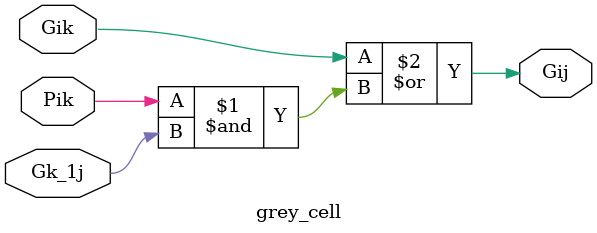
<source format=v>
`timescale 1ns / 1ps

module grey_cell(
    Gik, Pik, Gk_1j,  Gij
    );
    input Gik, Gk_1j, Pik;
    output Gij;
    
    assign Gij = Gik | Pik & Gk_1j;
    
endmodule

</source>
